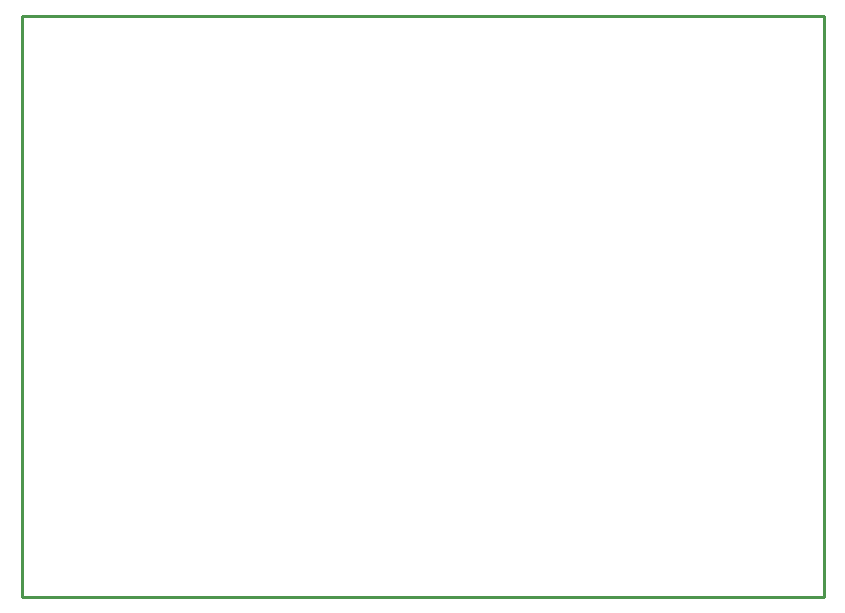
<source format=gbr>
G04 EAGLE Gerber RS-274X export*
G75*
%MOMM*%
%FSLAX34Y34*%
%LPD*%
%IN*%
%IPPOS*%
%AMOC8*
5,1,8,0,0,1.08239X$1,22.5*%
G01*
G04 Define Apertures*
%ADD10C,0.254000*%
D10*
X0Y0D02*
X679250Y0D01*
X679250Y492000D01*
X0Y492000D01*
X0Y0D01*
M02*

</source>
